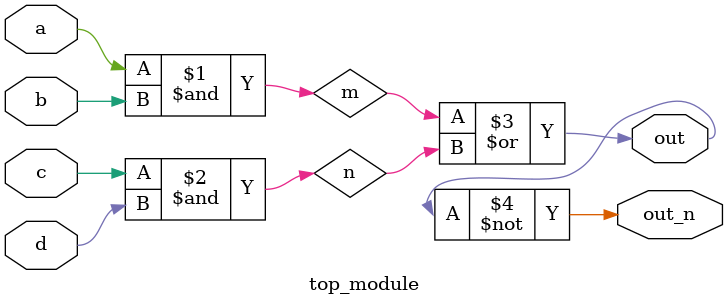
<source format=v>

`default_nettype none

module top_module (
    input   a,
    input   b,
    input   c,
    input   d,
    output  out,
    output  out_n
);

    wire m;
    assign m = a & b;

    wire n;
    assign n = c & d;

    assign out = m | n;

    assign out_n = ~out;

endmodule
</source>
